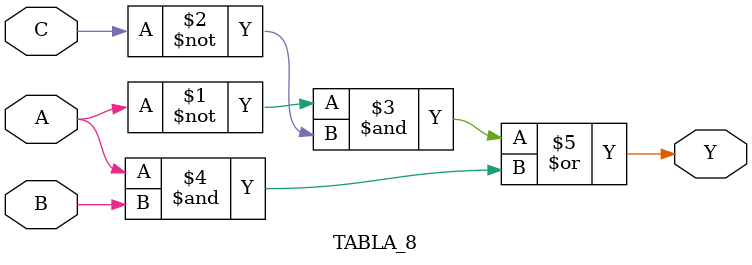
<source format=v>



module TABLA_1(input wire A, B, C, output wire Y); // Generar y nombrar el módulo


wire u1, u2, u3, u4, u5, u6; // Nombres de los cables

// Declaración de las compuertas
not(u1, A);
not(u2, B);
not(u3, C);
and(u4, u1,u3);
and(u5, A,C);
and(u6, A,u2);
or(Y, u4,u5,u6);

endmodule


// Ecuación a implementar Y1 = B'

module TABLA_2(input wire A, B, C, output wire Y1);  // Nombres de los cables

// Declaración de las compuertas
not(Y1, B);

endmodule


// Ecuación a implementar Y = (A'*B'*C'*D') + (A*B*C'*D') + (A'*B*C'*D) + (A*B'*C'*D) + (A'*B'*C*D) + (A*B*C*D) + (A'*B*C*D') + (A*B'*C*D')


module TABLA_3(input wire A, B, C, D, output wire Y);

assign Y = (~A & ~B & ~C & ~D) | (A & B & ~C & ~D) | (~A & B & ~C & D) | (A & ~B & ~C & D) | (~A & ~B & C & D) | (A & B & C & D) | (~A & B & C & ~D) | (A & ~B & C & ~D);

endmodule


//Ecuación a implementar Y = AC'D' + BD + AC

module TABLA_4(input wire A, B, C, D, output wire Y);

wire w1, w2, w3, w4, w5;

not(w1, C);
not(w2, D);
and(w3, A,w1,w2);
and(w4, B,D);
and(w5, A,C);
or(Y, w3,w4,w5);

endmodule


// Ecuación a implementar Y = B'C'D' + AC' + AB' + ACD'
module TABLA_5(input wire A, B, C, D, output wire Y1);

wire r1, r2, r3, r4, r5, r6, r7;

not(r1, B);
not(r2, C);
not(r3, D);
and(r4, r1,r2,r3);
and(r5, A,r2);
and(r6, A,r1);
and(r7, A,C,r3);
or(Y1, r4,r5,r6,r7);

endmodule


// Ecuación a implementar Y = B' + C
module TABLA_6(input wire A, B, C, output wire Y);

assign Y = (~B) | (C);

endmodule


// Ecuación a implementar Y = B + AD

module TABLA_7(input wire A, B, C, D, output wire Y);

assign Y = (B) | (A & D);

endmodule


// Ecuación a implementar Y = A'C' + AB
module TABLA_8(input wire A, B, C, output wire Y);

assign Y = (~A & ~C) | (A & B);

endmodule

</source>
